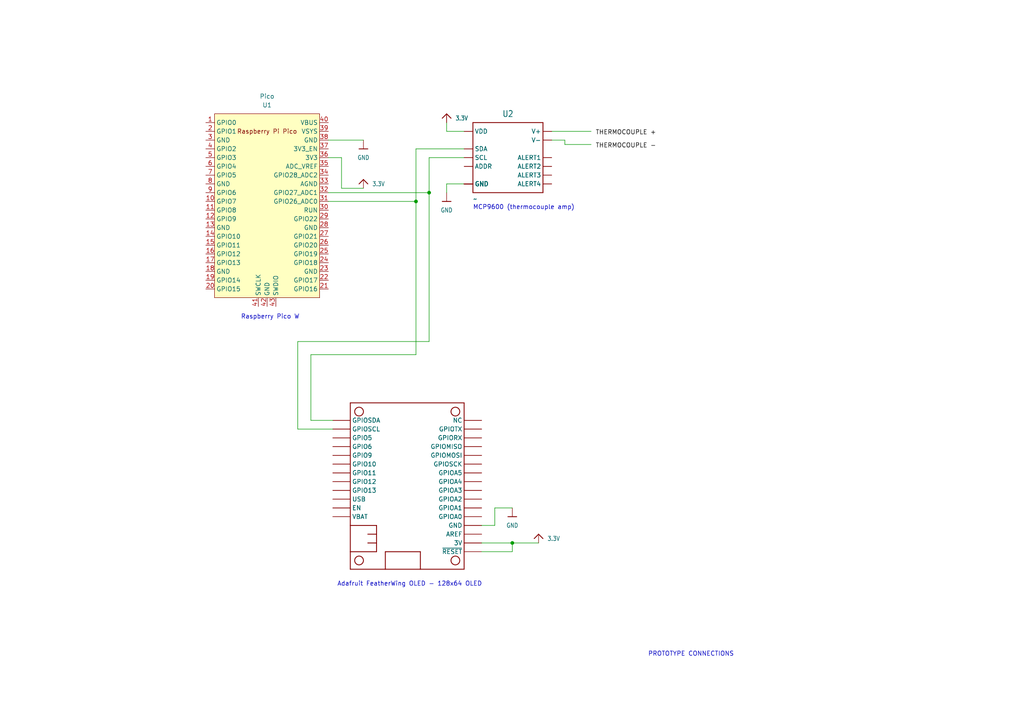
<source format=kicad_sch>
(kicad_sch (version 20230121) (generator eeschema)
  (paper "A4")
  (lib_symbols
    (symbol "Adafruit 128x64 OLED FeatherWing-eagle-import:3.3V" (power)
      (property "Value" "3.3V" (at -1.524 1.016 0))
      (symbol "3.3V_1_0"
        (polyline (pts (xy -1.27 -1.27) (xy 0 0)) (stroke (width 0.254)))
        (polyline (pts (xy 0 0) (xy 1.27 -1.27)) (stroke (width 0.254)))
        (pin power_in line (at 0 -2.54 90) (length 2.54) (name "3.3V") (number "1"))
      )
    )
    (symbol "Adafruit 128x64 OLED FeatherWing-eagle-import:FEATHERWING_SMTDUALNOHOLES"
      (symbol "FEATHERWING_SMTDUALNOHOLES_1_0"
        (polyline (pts (xy 0 0) (xy 48.26 0)) (stroke (width 0.254)))
        (polyline (pts (xy 0 12.7) (xy 0 0)) (stroke (width 0.254)))
        (polyline (pts (xy 0 22.86) (xy 0 12.7)) (stroke (width 0.254)))
        (polyline (pts (xy 0 22.86) (xy 5.08 22.86)) (stroke (width 0.254)))
        (polyline (pts (xy 0 33.02) (xy 0 22.86)) (stroke (width 0.254)))
        (polyline (pts (xy 5.08 12.7) (xy 0 12.7)) (stroke (width 0.254)))
        (polyline (pts (xy 5.08 22.86) (xy 5.08 12.7)) (stroke (width 0.254)))
        (polyline (pts (xy 5.08 25.4) (xy 7.62 25.4)) (stroke (width 0.254)))
        (polyline (pts (xy 5.08 33.02) (xy 0 33.02)) (stroke (width 0.254)))
        (polyline (pts (xy 5.08 33.02) (xy 5.08 25.4)) (stroke (width 0.254)))
        (polyline (pts (xy 7.62 25.4) (xy 10.16 25.4)) (stroke (width 0.254)))
        (polyline (pts (xy 7.62 27.94) (xy 7.62 25.4)) (stroke (width 0.254)))
        (polyline (pts (xy 10.16 25.4) (xy 12.7 25.4)) (stroke (width 0.254)))
        (polyline (pts (xy 10.16 27.94) (xy 10.16 25.4)) (stroke (width 0.254)))
        (polyline (pts (xy 12.7 25.4) (xy 12.7 33.02)) (stroke (width 0.254)))
        (polyline (pts (xy 12.7 33.02) (xy 5.08 33.02)) (stroke (width 0.254)))
        (polyline (pts (xy 48.26 0) (xy 48.26 33.02)) (stroke (width 0.254)))
        (polyline (pts (xy 48.26 33.02) (xy 12.7 33.02)) (stroke (width 0.254)))
        (circle (center 2.54 2.54) (radius 1.27) (stroke (width 0.254)))
        (circle (center 2.54 30.48) (radius 1.27) (stroke (width 0.254)))
        (circle (center 45.72 2.54) (radius 1.27) (stroke (width 0.254)))
        (circle (center 45.72 30.48) (radius 1.27) (stroke (width 0.254)))
        (pin input line (at 5.08 -5.08 90) (length 5.08) (name "~{RESET}") (number "1"))
        (pin bidirectional line (at 27.94 -5.08 90) (length 5.08) (name "GPIOA5") (number "10"))
        (pin bidirectional line (at 27.94 -5.08 90) (length 5.08) (name "GPIOA5") (number "10B"))
        (pin bidirectional line (at 30.48 -5.08 90) (length 5.08) (name "GPIOSCK") (number "11"))
        (pin bidirectional line (at 30.48 -5.08 90) (length 5.08) (name "GPIOSCK") (number "11B"))
        (pin bidirectional line (at 33.02 -5.08 90) (length 5.08) (name "GPIOMOSI") (number "12"))
        (pin bidirectional line (at 33.02 -5.08 90) (length 5.08) (name "GPIOMOSI") (number "12B"))
        (pin bidirectional line (at 35.56 -5.08 90) (length 5.08) (name "GPIOMISO") (number "13"))
        (pin bidirectional line (at 35.56 -5.08 90) (length 5.08) (name "GPIOMISO") (number "13B"))
        (pin bidirectional line (at 38.1 -5.08 90) (length 5.08) (name "GPIORX") (number "14"))
        (pin bidirectional line (at 38.1 -5.08 90) (length 5.08) (name "GPIORX") (number "14B"))
        (pin bidirectional line (at 40.64 -5.08 90) (length 5.08) (name "GPIOTX") (number "15"))
        (pin bidirectional line (at 40.64 -5.08 90) (length 5.08) (name "GPIOTX") (number "15B"))
        (pin passive line (at 43.18 -5.08 90) (length 5.08) (name "NC") (number "16"))
        (pin passive line (at 43.18 -5.08 90) (length 5.08) (name "NC") (number "16B"))
        (pin bidirectional line (at 43.18 38.1 270) (length 5.08) (name "GPIOSDA") (number "17"))
        (pin bidirectional line (at 43.18 38.1 270) (length 5.08) (name "GPIOSDA") (number "17B"))
        (pin bidirectional line (at 40.64 38.1 270) (length 5.08) (name "GPIOSCL") (number "18"))
        (pin bidirectional line (at 40.64 38.1 270) (length 5.08) (name "GPIOSCL") (number "18B"))
        (pin bidirectional line (at 38.1 38.1 270) (length 5.08) (name "GPIO5") (number "19"))
        (pin bidirectional line (at 38.1 38.1 270) (length 5.08) (name "GPIO5") (number "19B"))
        (pin input line (at 5.08 -5.08 90) (length 5.08) (name "~{RESET}") (number "1B"))
        (pin power_in line (at 7.62 -5.08 90) (length 5.08) (name "3V") (number "2"))
        (pin bidirectional line (at 35.56 38.1 270) (length 5.08) (name "GPIO6") (number "20"))
        (pin bidirectional line (at 35.56 38.1 270) (length 5.08) (name "GPIO6") (number "20B"))
        (pin bidirectional line (at 33.02 38.1 270) (length 5.08) (name "GPIO9") (number "21"))
        (pin bidirectional line (at 33.02 38.1 270) (length 5.08) (name "GPIO9") (number "21B"))
        (pin bidirectional line (at 30.48 38.1 270) (length 5.08) (name "GPIO10") (number "22"))
        (pin bidirectional line (at 30.48 38.1 270) (length 5.08) (name "GPIO10") (number "22B"))
        (pin bidirectional line (at 27.94 38.1 270) (length 5.08) (name "GPIO11") (number "23"))
        (pin bidirectional line (at 27.94 38.1 270) (length 5.08) (name "GPIO11") (number "23B"))
        (pin bidirectional line (at 25.4 38.1 270) (length 5.08) (name "GPIO12") (number "24"))
        (pin bidirectional line (at 25.4 38.1 270) (length 5.08) (name "GPIO12") (number "24B"))
        (pin bidirectional line (at 22.86 38.1 270) (length 5.08) (name "GPIO13") (number "25"))
        (pin bidirectional line (at 22.86 38.1 270) (length 5.08) (name "GPIO13") (number "25B"))
        (pin power_in line (at 20.32 38.1 270) (length 5.08) (name "USB") (number "26"))
        (pin power_in line (at 20.32 38.1 270) (length 5.08) (name "USB") (number "26B"))
        (pin passive line (at 17.78 38.1 270) (length 5.08) (name "EN") (number "27"))
        (pin passive line (at 17.78 38.1 270) (length 5.08) (name "EN") (number "27B"))
        (pin power_in line (at 15.24 38.1 270) (length 5.08) (name "VBAT") (number "28"))
        (pin power_in line (at 15.24 38.1 270) (length 5.08) (name "VBAT") (number "28B"))
        (pin power_in line (at 7.62 -5.08 90) (length 5.08) (name "3V") (number "2B"))
        (pin passive line (at 10.16 -5.08 90) (length 5.08) (name "AREF") (number "3"))
        (pin passive line (at 10.16 -5.08 90) (length 5.08) (name "AREF") (number "3B"))
        (pin power_in line (at 12.7 -5.08 90) (length 5.08) (name "GND") (number "4"))
        (pin power_in line (at 12.7 -5.08 90) (length 5.08) (name "GND") (number "4B"))
        (pin bidirectional line (at 15.24 -5.08 90) (length 5.08) (name "GPIOA0") (number "5"))
        (pin bidirectional line (at 15.24 -5.08 90) (length 5.08) (name "GPIOA0") (number "5B"))
        (pin bidirectional line (at 17.78 -5.08 90) (length 5.08) (name "GPIOA1") (number "6"))
        (pin bidirectional line (at 17.78 -5.08 90) (length 5.08) (name "GPIOA1") (number "6B"))
        (pin bidirectional line (at 20.32 -5.08 90) (length 5.08) (name "GPIOA2") (number "7"))
        (pin bidirectional line (at 20.32 -5.08 90) (length 5.08) (name "GPIOA2") (number "7B"))
        (pin bidirectional line (at 22.86 -5.08 90) (length 5.08) (name "GPIOA3") (number "8"))
        (pin bidirectional line (at 22.86 -5.08 90) (length 5.08) (name "GPIOA3") (number "8B"))
        (pin bidirectional line (at 25.4 -5.08 90) (length 5.08) (name "GPIOA4") (number "9"))
        (pin bidirectional line (at 25.4 -5.08 90) (length 5.08) (name "GPIOA4") (number "9B"))
      )
    )
    (symbol "Adafruit 128x64 OLED FeatherWing-eagle-import:GND" (power)
      (property "Value" "GND" (at -1.524 -2.54 0))
      (symbol "GND_1_0"
        (polyline (pts (xy -1.27 0) (xy 1.27 0)) (stroke (width 0.254)))
        (pin power_in line (at 0 2.54 270) (length 2.54) (name "GND") (number "1"))
      )
    )
    (symbol "MCU_RaspberryPi_and_Boards:Pico"
      (property "Reference" "U" (at -13.97 27.94 0))
      (property "Value" "Pico" (at 0 19.05 0))
      (symbol "Pico_0_0"
        (text "Raspberry Pi Pico" (at 0 21.59 0) (effects (font (size 1.27 1.27))))
      )
      (symbol "Pico_0_1"
        (rectangle (start -15.24 26.67) (end 15.24 -26.67) (fill (type background)))
      )
      (symbol "Pico_1_1"
        (pin bidirectional line (at -17.78 24.13 0) (length 2.54) (name "GPIO0") (number "1"))
        (pin bidirectional line (at -17.78 1.27 0) (length 2.54) (name "GPIO7") (number "10"))
        (pin bidirectional line (at -17.78 -1.27 0) (length 2.54) (name "GPIO8") (number "11"))
        (pin bidirectional line (at -17.78 -3.81 0) (length 2.54) (name "GPIO9") (number "12"))
        (pin power_in line (at -17.78 -6.35 0) (length 2.54) (name "GND") (number "13"))
        (pin bidirectional line (at -17.78 -8.89 0) (length 2.54) (name "GPIO10") (number "14"))
        (pin bidirectional line (at -17.78 -11.43 0) (length 2.54) (name "GPIO11") (number "15"))
        (pin bidirectional line (at -17.78 -13.97 0) (length 2.54) (name "GPIO12") (number "16"))
        (pin bidirectional line (at -17.78 -16.51 0) (length 2.54) (name "GPIO13") (number "17"))
        (pin power_in line (at -17.78 -19.05 0) (length 2.54) (name "GND") (number "18"))
        (pin bidirectional line (at -17.78 -21.59 0) (length 2.54) (name "GPIO14") (number "19"))
        (pin bidirectional line (at -17.78 21.59 0) (length 2.54) (name "GPIO1") (number "2"))
        (pin bidirectional line (at -17.78 -24.13 0) (length 2.54) (name "GPIO15") (number "20"))
        (pin bidirectional line (at 17.78 -24.13 180) (length 2.54) (name "GPIO16") (number "21"))
        (pin bidirectional line (at 17.78 -21.59 180) (length 2.54) (name "GPIO17") (number "22"))
        (pin power_in line (at 17.78 -19.05 180) (length 2.54) (name "GND") (number "23"))
        (pin bidirectional line (at 17.78 -16.51 180) (length 2.54) (name "GPIO18") (number "24"))
        (pin bidirectional line (at 17.78 -13.97 180) (length 2.54) (name "GPIO19") (number "25"))
        (pin bidirectional line (at 17.78 -11.43 180) (length 2.54) (name "GPIO20") (number "26"))
        (pin bidirectional line (at 17.78 -8.89 180) (length 2.54) (name "GPIO21") (number "27"))
        (pin power_in line (at 17.78 -6.35 180) (length 2.54) (name "GND") (number "28"))
        (pin bidirectional line (at 17.78 -3.81 180) (length 2.54) (name "GPIO22") (number "29"))
        (pin power_in line (at -17.78 19.05 0) (length 2.54) (name "GND") (number "3"))
        (pin input line (at 17.78 -1.27 180) (length 2.54) (name "RUN") (number "30"))
        (pin bidirectional line (at 17.78 1.27 180) (length 2.54) (name "GPIO26_ADC0") (number "31"))
        (pin bidirectional line (at 17.78 3.81 180) (length 2.54) (name "GPIO27_ADC1") (number "32"))
        (pin power_in line (at 17.78 6.35 180) (length 2.54) (name "AGND") (number "33"))
        (pin bidirectional line (at 17.78 8.89 180) (length 2.54) (name "GPIO28_ADC2") (number "34"))
        (pin power_in line (at 17.78 11.43 180) (length 2.54) (name "ADC_VREF") (number "35"))
        (pin power_in line (at 17.78 13.97 180) (length 2.54) (name "3V3") (number "36"))
        (pin input line (at 17.78 16.51 180) (length 2.54) (name "3V3_EN") (number "37"))
        (pin bidirectional line (at 17.78 19.05 180) (length 2.54) (name "GND") (number "38"))
        (pin power_in line (at 17.78 21.59 180) (length 2.54) (name "VSYS") (number "39"))
        (pin bidirectional line (at -17.78 16.51 0) (length 2.54) (name "GPIO2") (number "4"))
        (pin power_in line (at 17.78 24.13 180) (length 2.54) (name "VBUS") (number "40"))
        (pin input line (at -2.54 -29.21 90) (length 2.54) (name "SWCLK") (number "41"))
        (pin power_in line (at 0 -29.21 90) (length 2.54) (name "GND") (number "42"))
        (pin bidirectional line (at 2.54 -29.21 90) (length 2.54) (name "SWDIO") (number "43"))
        (pin bidirectional line (at -17.78 13.97 0) (length 2.54) (name "GPIO3") (number "5"))
        (pin bidirectional line (at -17.78 11.43 0) (length 2.54) (name "GPIO4") (number "6"))
        (pin bidirectional line (at -17.78 8.89 0) (length 2.54) (name "GPIO5") (number "7"))
        (pin power_in line (at -17.78 6.35 0) (length 2.54) (name "GND") (number "8"))
        (pin bidirectional line (at -17.78 3.81 0) (length 2.54) (name "GPIO6") (number "9"))
      )
    )
    (symbol "SparkFun_Qwiic_Thermocouple_Amplifier_PCC-eagle-import:MCP9600-SMD"
      (property "Reference" "U" (at -10.414 10.668 0))
      (symbol "MCP9600-SMD_1_0"
        (polyline (pts (xy -10.16 -10.16) (xy -10.16 10.16)) (stroke (width 0.254)))
        (polyline (pts (xy -10.16 10.16) (xy 10.16 10.16)) (stroke (width 0.254)))
        (polyline (pts (xy 10.16 -10.16) (xy -10.16 -10.16)) (stroke (width 0.254)))
        (polyline (pts (xy 10.16 10.16) (xy 10.16 -10.16)) (stroke (width 0.254)))
        (pin bidirectional line (at -12.7 -7.62 0) (length 2.54) (name "GND") (number "1"))
        (pin bidirectional line (at -12.7 -7.62 0) (length 2.54) (name "GND") (number "10"))
        (pin bidirectional line (at 12.7 0 180) (length 2.54) (name "ALERT1") (number "11"))
        (pin bidirectional line (at 12.7 -2.54 180) (length 2.54) (name "ALERT2") (number "12"))
        (pin bidirectional line (at -12.7 -7.62 0) (length 2.54) (name "GND") (number "13"))
        (pin bidirectional line (at 12.7 -5.08 180) (length 2.54) (name "ALERT3") (number "14"))
        (pin bidirectional line (at 12.7 -7.62 180) (length 2.54) (name "ALERT4") (number "15"))
        (pin bidirectional line (at -12.7 -2.54 0) (length 2.54) (name "ADDR") (number "16"))
        (pin bidirectional line (at -12.7 -7.62 0) (length 2.54) (name "GND") (number "17"))
        (pin bidirectional line (at -12.7 -7.62 0) (length 2.54) (name "GND") (number "18"))
        (pin bidirectional line (at -12.7 0 0) (length 2.54) (name "SCL") (number "19"))
        (pin bidirectional line (at 12.7 7.62 180) (length 2.54) (name "V+") (number "2"))
        (pin bidirectional line (at -12.7 2.54 0) (length 2.54) (name "SDA") (number "20"))
        (pin bidirectional line (at -12.7 -7.62 0) (length 2.54) (name "GND") (number "21"))
        (pin bidirectional line (at -12.7 -7.62 0) (length 2.54) (name "GND") (number "3"))
        (pin bidirectional line (at 12.7 5.08 180) (length 2.54) (name "V-") (number "4"))
        (pin bidirectional line (at -12.7 -7.62 0) (length 2.54) (name "GND") (number "5"))
        (pin bidirectional line (at -12.7 -7.62 0) (length 2.54) (name "GND") (number "6"))
        (pin bidirectional line (at -12.7 -7.62 0) (length 2.54) (name "GND") (number "7"))
        (pin bidirectional line (at -12.7 7.62 0) (length 2.54) (name "VDD") (number "8"))
        (pin bidirectional line (at -12.7 -7.62 0) (length 2.54) (name "GND") (number "9"))
      )
    )
  )
  (junction (at 120.65 58.42))
  (junction (at 148.59 157.48))
  (junction (at 124.46 55.88))
  (wire (pts (xy 90.17 102.87) (xy 120.65 102.87)))
  (wire (pts (xy 148.59 160.02) (xy 139.7 160.02)))
  (wire (pts (xy 120.65 43.18) (xy 134.62 43.18)))
  (wire (pts (xy 90.17 121.92) (xy 96.52 121.92)))
  (wire (pts (xy 86.36 99.06) (xy 124.46 99.06)))
  (wire (pts (xy 160.02 38.1) (xy 171.45 38.1)))
  (wire (pts (xy 163.83 41.91) (xy 171.45 41.91)))
  (wire (pts (xy 163.83 40.64) (xy 163.83 41.91)))
  (wire (pts (xy 129.54 55.88) (xy 129.54 53.34)))
  (wire (pts (xy 143.51 147.32) (xy 143.51 152.4)))
  (wire (pts (xy 99.06 54.61) (xy 105.41 54.61)))
  (wire (pts (xy 95.25 40.64) (xy 105.41 40.64)))
  (wire (pts (xy 120.65 43.18) (xy 120.65 58.42)))
  (wire (pts (xy 129.54 53.34) (xy 134.62 53.34)))
  (wire (pts (xy 86.36 124.46) (xy 96.52 124.46)))
  (wire (pts (xy 148.59 157.48) (xy 156.21 157.48)))
  (wire (pts (xy 129.54 38.1) (xy 134.62 38.1)))
  (wire (pts (xy 124.46 99.06) (xy 124.46 55.88)))
  (wire (pts (xy 90.17 102.87) (xy 90.17 121.92)))
  (wire (pts (xy 160.02 40.64) (xy 163.83 40.64)))
  (wire (pts (xy 124.46 45.72) (xy 134.62 45.72)))
  (wire (pts (xy 129.54 35.56) (xy 129.54 38.1)))
  (wire (pts (xy 86.36 99.06) (xy 86.36 124.46)))
  (wire (pts (xy 124.46 55.88) (xy 124.46 45.72)))
  (wire (pts (xy 143.51 152.4) (xy 139.7 152.4)))
  (wire (pts (xy 95.25 45.72) (xy 99.06 45.72)))
  (wire (pts (xy 148.59 157.48) (xy 148.59 160.02)))
  (wire (pts (xy 139.7 157.48) (xy 148.59 157.48)))
  (wire (pts (xy 99.06 45.72) (xy 99.06 54.61)))
  (wire (pts (xy 120.65 58.42) (xy 120.65 102.87)))
  (wire (pts (xy 148.59 147.32) (xy 143.51 147.32)))
  (wire (pts (xy 95.25 55.88) (xy 124.46 55.88)))
  (wire (pts (xy 95.25 58.42) (xy 120.65 58.42)))
  (text "Raspberry Pico W" (at 69.85 92.71 0) (effects (font (size 1.27 1.27)) (justify left bottom)))
  (text "MCP9600 (thermocouple amp)" (at 137.16 60.96 0) (effects (font (size 1.27 1.27)) (justify left bottom)))
  (text "PROTOTYPE CONNECTIONS" (at 187.96 190.5 0) (effects (font (size 1.27 1.27)) (justify left bottom)))
  (text "Adafruit FeatherWing OLED - 128x64 OLED" (at 97.79 170.18 0) (effects (font (size 1.27 1.27)) (justify left bottom)))
  (label "THERMOCOUPLE +" (at 172.72 39.37 0))
  (label "THERMOCOUPLE -" (at 172.72 43.18 0))
  (symbol (lib_id "Adafruit 128x64 OLED FeatherWing-eagle-import:3.3V") (at 105.41 52.07 0) (unit 1)
    (property "Reference" "01" (effects hide))
    (property "Value" "3.3V" (at 107.95 53.34 0) (effects (font (size 1.27 1.0795)) (justify left)))
  )
  (symbol (lib_id "Adafruit 128x64 OLED FeatherWing-eagle-import:GND") (at 129.54 58.42 0) (unit 1)
    (property "Reference" "0101" (effects hide))
    (property "Value" "GND" (at 129.54 60.96 0) (effects (font (size 1.27 1.0795))))
  )
  (symbol (lib_id "Adafruit 128x64 OLED FeatherWing-eagle-import:FEATHERWING_SMTDUALNOHOLES") (at 134.62 165.1 90) (unit 1)
    (property "Reference" "MS1" (effects hide))
    (property "Footprint" "Adafruit 128x64 OLED FeatherWing:FEATHERWING_SMT_NOHOLES" (effects hide))
  )
  (symbol (lib_id "Adafruit 128x64 OLED FeatherWing-eagle-import:GND") (at 105.41 43.18 0) (unit 1)
    (property "Reference" "01" (effects hide))
    (property "Value" "GND" (at 105.41 45.72 0) (effects (font (size 1.27 1.0795))))
  )
  (symbol (lib_id "MCU_RaspberryPi_and_Boards:Pico") (at 77.47 59.69 0) (unit 1)
    (property "Reference" "U1" (at 77.47 30.48 0))
    (property "Value" "Pico" (at 77.47 27.94 0))
    (property "Footprint" "RPi_Pico:RPi_Pico_SMD_TH" (effects hide))
  )
  (symbol (lib_id "Adafruit 128x64 OLED FeatherWing-eagle-import:3.3V") (at 129.54 33.02 0) (unit 1)
    (property "Reference" "01" (effects hide))
    (property "Value" "3.3V" (at 132.08 34.29 0) (effects (font (size 1.27 1.0795)) (justify left)))
  )
  (symbol (lib_id "Adafruit 128x64 OLED FeatherWing-eagle-import:3.3V") (at 156.21 154.94 0) (unit 1)
    (property "Reference" "01" (effects hide))
    (property "Value" "3.3V" (at 158.75 156.21 0) (effects (font (size 1.27 1.0795)) (justify left)))
  )
  (symbol (lib_id "Adafruit 128x64 OLED FeatherWing-eagle-import:GND") (at 148.59 149.86 0) (unit 1)
    (property "Reference" "01" (effects hide))
    (property "Value" "GND" (at 148.59 152.4 0) (effects (font (size 1.27 1.0795))))
  )
  (symbol (lib_id "SparkFun_Qwiic_Thermocouple_Amplifier_PCC-eagle-import:MCP9600-SMD") (at 147.32 45.72 0) (unit 1)
    (property "Reference" "U2" (at 147.32 33.02 0) (effects (font (size 1.778 1.5113))))
    (property "Value" "~" (at 137.16 58.674 0) (effects (font (size 1.778 1.5113)) (justify left bottom)))
    (property "Footprint" "SparkFun_Qwiic_Thermocouple_Amplifier_PCC:MQFN-20" (effects hide))
  )
)
</source>
